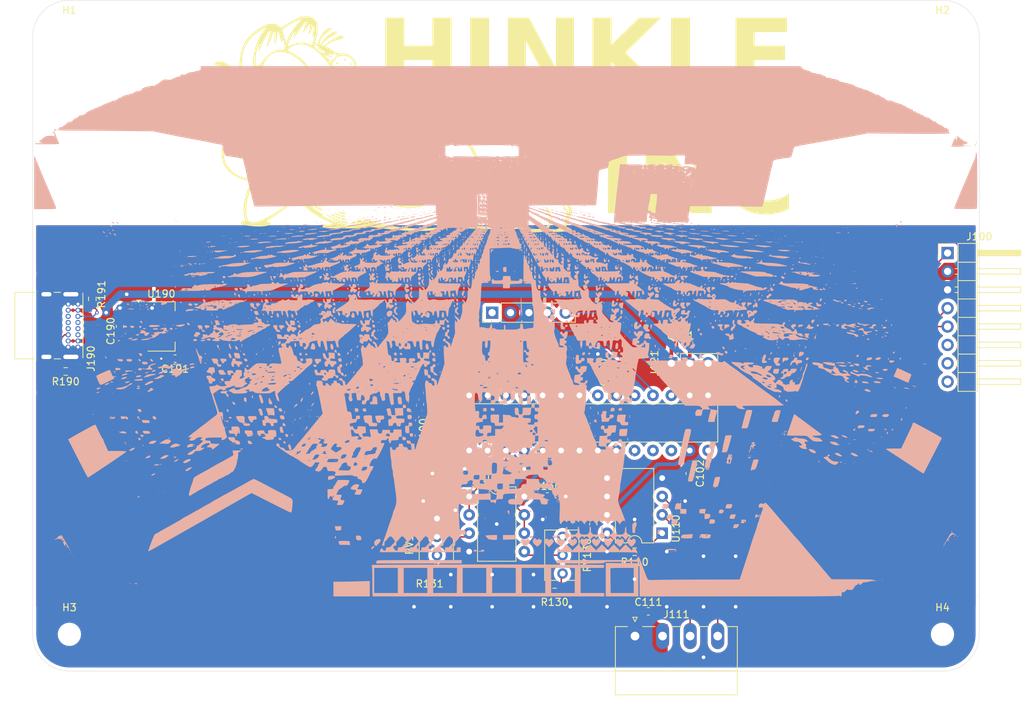
<source format=kicad_pcb>
(kicad_pcb (version 20240108) (generator "pcbnew") (generator_version "8.0")
  (layers (0 "F.Cu" signal) (31 "B.Cu" signal) (34 "B.Paste" user) (35 "F.Paste" user) (36 "B.SilkS" user "B.Silkscreen") (37 "F.SilkS" user "F.Silkscreen") (38 "B.Mask" user) (39 "F.Mask" user) (44 "Edge.Cuts" user))
  (net 0 "")
  (net 1 "GND")
  (net 2 "+3.3V")
  (net 3 "+5V")
  (net 4 "/PGC")
  (net 5 "/PGD")
  (net 6 "/~{RST}")
  (net 7 "/LDCELL+")
  (net 8 "/LDCELL-")
  (net 9 "/SCL0")
  (net 10 "/SDA0")
  (net 11 "/PWM0")
  (net 12 "/ADC+")
  (net 13 "/ADC-")
  (net 14 "Net-(U100-VCAP{slash}VDDCORE)")
  (net 20 "Net-(J190-CC1)")
  (net 24 "Net-(J190-CC2)")
  (net 27 "Net-(U100-~{MCLR})")
  (net 28 "Net-(R110-Pad2)")
  (net 29 "Net-(R110-Pad1)")
  (net 30 "Net-(R130-Pad2)")
  (net 31 "Net-(R131-Pad2)")
  (net 32 "Net-(R132-Pad1)")
  (net 33 "Net-(R133-Pad1)")
  (net 37 "Net-(U100-AN0{slash}VREF+{slash}CN2{slash}RA0)")
  (net 47 "Net-(U100-AN5{slash}C1IN+{slash}RP3{slash}SCL2{slash}CN7{slash}RB3)")
  (net 49 "Net-(U100-AN1{slash}VREF-{slash}CN3{slash}RA1)")
  (footprint "Package_DIP:DIP-28_W7.62mm" (layer "F.Cu") (at 131.445 133.35 90)
    (property "Reference" "U100" (at 3.81 -2.54 90) (layer "F.SilkS"))
    (property "Value" "PIC24FJ64GA002-I_SP")
    (pad "1" thru_hole rect (at 0 0 90) (size 1.6 1.6) (drill 0.8) (layers "*.Cu" "*.Mask") (net 27 "Net-(U100-~{MCLR})"))
    (pad "2" thru_hole oval (at 0 2.54 90) (size 1.6 1.6) (drill 0.8) (layers "*.Cu" "*.Mask") (net 37 "Net-(U100-AN0{slash}VREF+{slash}CN2{slash}RA0)"))
    (pad "3" thru_hole oval (at 0 5.08 90) (size 1.6 1.6) (drill 0.8) (layers "*.Cu" "*.Mask") (net 49 "Net-(U100-AN1{slash}VREF-{slash}CN3{slash}RA1)"))
    (pad "4" thru_hole oval (at 0 7.62 90) (size 1.6 1.6) (drill 0.8) (layers "*.Cu" "*.Mask") (net 5 "/PGD"))
    (pad "5" thru_hole oval (at 0 10.16 90) (size 1.6 1.6) (drill 0.8) (layers "*.Cu" "*.Mask") (net 4 "/PGC"))
    (pad "6" thru_hole oval (at 0 12.7 90) (size 1.6 1.6) (drill 0.8) (layers "*.Cu" "*.Mask"))
    (pad "7" thru_hole oval (at 0 15.24 90) (size 1.6 1.6) (drill 0.8) (layers "*.Cu" "*.Mask") (net 47 "Net-(U100-AN5{slash}C1IN+{slash}RP3{slash}SCL2{slash}CN7{slash}RB3)"))
    (pad "8" thru_hole oval (at 0 17.78 90) (size 1.6 1.6) (drill 0.8) (layers "*.Cu" "*.Mask") (net 1 "GND"))
    (pad "9" thru_hole oval (at 0 20.32 90) (size 1.6 1.6) (drill 0.8) (layers "*.Cu" "*.Mask"))
    (pad "10" thru_hole oval (at 0 22.86 90) (size 1.6 1.6) (drill 0.8) (layers "*.Cu" "*.Mask"))
    (pad "11" thru_hole oval (at 0 25.4 90) (size 1.6 1.6) (drill 0.8) (layers "*.Cu" "*.Mask"))
    (pad "12" thru_hole oval (at 0 27.94 90) (size 1.6 1.6) (drill 0.8) (layers "*.Cu" "*.Mask"))
    (pad "13" thru_hole oval (at 0 30.48 90) (size 1.6 1.6) (drill 0.8) (layers "*.Cu" "*.Mask") (net 2 "+3.3V"))
    (pad "14" thru_hole oval (at 0 33.02 90) (size 1.6 1.6) (drill 0.8) (layers "*.Cu" "*.Mask"))
    (pad "15" thru_hole oval (at 7.62 33.02 90) (size 1.6 1.6) (drill 0.8) (layers "*.Cu" "*.Mask") (net 11 "/PWM0"))
    (pad "16" thru_hole oval (at 7.62 30.48 90) (size 1.6 1.6) (drill 0.8) (layers "*.Cu" "*.Mask"))
    (pad "17" thru_hole oval (at 7.62 27.94 90) (size 1.6 1.6) (drill 0.8) (layers "*.Cu" "*.Mask") (net 9 "/SCL0"))
    (pad "18" thru_hole oval (at 7.62 25.4 90) (size 1.6 1.6) (drill 0.8) (layers "*.Cu" "*.Mask") (net 10 "/SDA0"))
    (pad "19" thru_hole oval (at 7.62 22.86 90) (size 1.6 1.6) (drill 0.8) (layers "*.Cu" "*.Mask"))
    (pad "20" thru_hole oval (at 7.62 20.32 90) (size 1.6 1.6) (drill 0.8) (layers "*.Cu" "*.Mask") (net 14 "Net-(U100-VCAP{slash}VDDCORE)"))
    (pad "21" thru_hole oval (at 7.62 17.78 90) (size 1.6 1.6) (drill 0.8) (layers "*.Cu" "*.Mask"))
    (pad "22" thru_hole oval (at 7.62 15.24 90) (size 1.6 1.6) (drill 0.8) (layers "*.Cu" "*.Mask"))
    (pad "23" thru_hole oval (at 7.62 12.7 90) (size 1.6 1.6) (drill 0.8) (layers "*.Cu" "*.Mask"))
    (pad "24" thru_hole oval (at 7.62 10.16 90) (size 1.6 1.6) (drill 0.8) (layers "*.Cu" "*.Mask"))
    (pad "25" thru_hole oval (at 7.62 7.62 90) (size 1.6 1.6) (drill 0.8) (layers "*.Cu" "*.Mask"))
    (pad "26" thru_hole oval (at 7.62 5.08 90) (size 1.6 1.6) (drill 0.8) (layers "*.Cu" "*.Mask"))
    (pad "27" thru_hole oval (at 7.62 2.54 90) (size 1.6 1.6) (drill 0.8) (layers "*.Cu" "*.Mask") (net 1 "GND"))
    (pad "28" thru_hole oval (at 7.62 0 90) (size 1.6 1.6) (drill 0.8) (layers "*.Cu" "*.Mask") (net 2 "+3.3V"))
  )
  (footprint "Package_DIP:DIP-8_W7.62mm" (layer "F.Cu") (at 131.445 139.7)
    (property "Reference" "U130" (at 3.81 -2.33 0) (layer "F.SilkS"))
    (property "Value" "MCP6022")
    (pad "1" thru_hole rect (at 0 0) (size 1.6 1.6) (drill 0.8) (layers "*.Cu" "*.Mask") (net 37 "Net-(U100-AN0{slash}VREF+{slash}CN2{slash}RA0)"))
    (pad "2" thru_hole oval (at 0 2.54) (size 1.6 1.6) (drill 0.8) (layers "*.Cu" "*.Mask") (net 37 "Net-(U100-AN0{slash}VREF+{slash}CN2{slash}RA0)"))
    (pad "3" thru_hole oval (at 0 5.08) (size 1.6 1.6) (drill 0.8) (layers "*.Cu" "*.Mask") (net 12 "/ADC+"))
    (pad "4" thru_hole oval (at 0 7.62) (size 1.6 1.6) (drill 0.8) (layers "*.Cu" "*.Mask") (net 1 "GND"))
    (pad "5" thru_hole oval (at 7.62 7.62) (size 1.6 1.6) (drill 0.8) (layers "*.Cu" "*.Mask") (net 13 "/ADC-"))
    (pad "6" thru_hole oval (at 7.62 5.08) (size 1.6 1.6) (drill 0.8) (layers "*.Cu" "*.Mask") (net 49 "Net-(U100-AN1{slash}VREF-{slash}CN3{slash}RA1)"))
    (pad "7" thru_hole oval (at 7.62 2.54) (size 1.6 1.6) (drill 0.8) (layers "*.Cu" "*.Mask") (net 49 "Net-(U100-AN1{slash}VREF-{slash}CN3{slash}RA1)"))
    (pad "8" thru_hole oval (at 7.62 0) (size 1.6 1.6) (drill 0.8) (layers "*.Cu" "*.Mask") (net 2 "+3.3V"))
  )
  (footprint "Connector_PinHeader_2.54mm:PinHeader_1x03_P2.54mm_Vertical" (layer "F.Cu") (at 159.385 121.285 90)
    (property "Reference" "J121" (at 0 -2.33 90) (layer "F.SilkS"))
    (property "Value" "Conn_01x03")
    (pad "1" thru_hole rect (at 0 0 90) (size 1.7 1.7) (drill 1) (layers "*.Cu" "*.Mask") (net 1 "GND"))
    (pad "2" thru_hole oval (at 0 2.54 90) (size 1.7 1.7) (drill 1) (layers "*.Cu" "*.Mask") (net 3 "+5V"))
    (pad "3" thru_hole oval (at 0 5.08 90) (size 1.7 1.7) (drill 1) (layers "*.Cu" "*.Mask") (net 11 "/PWM0"))
  )
  (footprint "MountingHole:MountingHole_2.7mm" (layer "F.Cu") (at 76.2 158.75)
    (property "Reference" "H3" (at 0 -3.7 0) (layer "F.SilkS"))
    (property "Value" "MountingHole")
    (pad "" np_thru_hole circle (at 0 0) (size 2.7 2.7) (drill 2.7) (layers "*.Cu" "*.Mask"))
  )
  (footprint "Resistor_SMD:R_0603_1608Metric_Pad0.98x0.95mm_HandSolder" (layer "F.Cu") (at 79.375 112.395 90)
    (property "Reference" "R191" (at 0.635 1.27 -90) (layer "F.SilkS"))
    (property "Value" "5.1k")
    (pad "1" smd roundrect (at -0.9125 0 90) (size 0.975 0.95) (layers "F.Cu" "F.Paste" "F.Mask") (net 20 "Net-(J190-CC1)"))
    (pad "2" smd roundrect (at 0.9125 0 90) (size 0.975 0.95) (layers "F.Cu" "F.Paste" "F.Mask") (net 1 "GND"))
  )
  (footprint "Capacitor_SMD:C_0603_1608Metric_Pad1.08x0.95mm_HandSolder" (layer "F.Cu") (at 160.655 118.745 180)
    (property "Reference" "C121" (at 0 1.27 360) (layer "F.SilkS"))
    (property "Value" "0.1u")
    (pad "1" smd roundrect (at -0.8625 0 180) (size 1.075 0.95) (layers "F.Cu" "F.Paste" "F.Mask") (net 3 "+5V"))
    (pad "2" smd roundrect (at 0.8625 0 180) (size 1.075 0.95) (layers "F.Cu" "F.Paste" "F.Mask") (net 1 "GND"))
  )
  (footprint "Resistor_SMD:R_0603_1608Metric_Pad0.98x0.95mm_HandSolder" (layer "F.Cu") (at 75.692 122.428)
    (property "Reference" "R190" (at 0 1.397 0) (layer "F.SilkS"))
    (property "Value" "5.1k")
    (pad "1" smd roundrect (at -0.9125 0) (size 0.975 0.95) (layers "F.Cu" "F.Paste" "F.Mask") (net 24 "Net-(J190-CC2)"))
    (pad "2" smd roundrect (at 0.9125 0) (size 0.975 0.95) (layers "F.Cu" "F.Paste" "F.Mask") (net 1 "GND"))
  )
  (footprint "Potentiometer_THT:Potentiometer_Bourns_3266Y_Vertical" (layer "F.Cu") (at 127 147.828 -90)
    (property "Reference" "RV131" (at -2.413 3.81 -90) (layer "F.SilkS"))
    (property "Value" "R_Potentiometer_Trim")
    (pad "1" thru_hole circle (at 0 0 270) (size 1.44 1.44) (drill 0.8) (layers "*.Cu" "*.Mask") (net 31 "Net-(R131-Pad2)"))
    (pad "2" thru_hole circle (at -2.54 0 270) (size 1.44 1.44) (drill 0.8) (layers "*.Cu" "*.Mask") (net 12 "/ADC+"))
    (pad "3" thru_hole circle (at -5.08 0 270) (size 1.44 1.44) (drill 0.8) (layers "*.Cu" "*.Mask") (net 33 "Net-(R133-Pad1)"))
  )
  (footprint "MountingHole:MountingHole_2.7mm" (layer "F.Cu") (at 76.2 76.2)
    (property "Reference" "H1" (at 0 -3.7 0) (layer "F.SilkS"))
    (property "Value" "MountingHole")
    (pad "" np_thru_hole circle (at 0 0) (size 2.7 2.7) (drill 2.7) (layers "*.Cu" "*.Mask"))
  )
  (footprint "Package_DIP:DIP-8_W7.62mm" (layer "F.Cu") (at 158.115 144.78 180)
    (property "Reference" "U110" (at -1.905 0.635 -90) (layer "F.SilkS"))
    (property "Value" "INA128")
    (pad "1" thru_hole rect (at 0 0 180) (size 1.6 1.6) (drill 0.8) (layers "*.Cu" "*.Mask") (net 29 "Net-(R110-Pad1)"))
    (pad "2" thru_hole oval (at 0 2.54 180) (size 1.6 1.6) (drill 0.8) (layers "*.Cu" "*.Mask") (net 8 "/LDCELL-"))
    (pad "3" thru_hole oval (at 0 5.08 180) (size 1.6 1.6) (drill 0.8) (layers "*.Cu" "*.Mask") (net 7 "/LDCELL+"))
    (pad "4" thru_hole oval (at 0 7.62 180) (size 1.6 1.6) (drill 0.8) (layers "*.Cu" "*.Mask") (net 1 "GND"))
    (pad "5" thru_hole oval (at 7.62 7.62 180) (size 1.6 1.6) (drill 0.8) (layers "*.Cu" "*.Mask") (net 1 "GND"))
    (pad "6" thru_hole oval (at 7.62 5.08 180) (size 1.6 1.6) (drill 0.8) (layers "*.Cu" "*.Mask") (net 47 "Net-(U100-AN5{slash}C1IN+{slash}RP3{slash}SCL2{slash}CN7{slash}RB3)"))
    (pad "7" thru_hole oval (at 7.62 2.54 180) (size 1.6 1.6) (drill 0.8) (layers "*.Cu" "*.Mask") (net 2 "+3.3V"))
    (pad "8" thru_hole oval (at 7.62 0 180) (size 1.6 1.6) (drill 0.8) (layers "*.Cu" "*.Mask") (net 28 "Net-(R110-Pad2)"))
  )
  (footprint "Capacitor_SMD:C_0603_1608Metric_Pad1.08x0.95mm_HandSolder" (layer "F.Cu") (at 161.925 136.525 -90)
    (property "Reference" "C102" (at 0 -1.43 90) (layer "F.SilkS"))
    (property "Value" "0.1u")
    (pad "1" smd roundrect (at -0.8625 0 270) (size 1.075 0.95) (layers "F.Cu" "F.Paste" "F.Mask") (net 2 "+3.3V"))
    (pad "2" smd roundrect (at 0.8625 0 270) (size 1.075 0.95) (layers "F.Cu" "F.Paste" "F.Mask") (net 1 "GND"))
  )
  (footprint "Capacitor_SMD:C_0805_2012Metric_Pad1.18x1.45mm_HandSolder" (layer "F.Cu") (at 151.765 122.555 90)
    (property "Reference" "C100" (at 0 -1.68 -90) (layer "F.SilkS"))
    (property "Value" "10u")
    (pad "1" smd roundrect (at -1.0375 0 90) (size 1.175 1.45) (layers "F.Cu" "F.Paste" "F.Mask") (roundrect_rratio 0.212766) (net 14 "Net-(U100-VCAP{slash}VDDCORE)"))
    (pad "2" smd roundrect (at 1.0375 0 90) (size 1.175 1.45) (layers "F.Cu" "F.Paste" "F.Mask") (roundrect_rratio 0.212766) (net 1 "GND"))
  )
  (footprint "Package_TO_SOT_SMD:SOT-223-3_TabPin2" (layer "F.Cu") (at 88.9 116.205)
    (property "Reference" "U190" (at 0 -4.5 0) (layer "F.SilkS"))
    (property "Value" "TLV76133DCY")
    (pad "1" smd roundrect (at -3.15 -2.3) (size 2 1.5) (layers "F.Cu" "F.Paste" "F.Mask") (net 1 "GND"))
    (pad "2" smd roundrect (at -3.15 0) (size 2 1.5) (layers "F.Cu" "F.Paste" "F.Mask") (net 2 "+3.3V"))
    (pad "2" smd roundrect (at 3.15 0) (size 2 3.8) (layers "F.Cu" "F.Paste" "F.Mask") (net 2 "+3.3V"))
    (pad "3" smd roundrect (at -3.15 2.3) (size 2 1.5) (layers "F.Cu" "F.Paste" "F.Mask") (net 3 "+5V"))
  )
  (footprint "Resistor_SMD:R_0603_1608Metric_Pad0.98x0.95mm_HandSolder" (layer "F.Cu") (at 128.27 140.208)
    (property "Reference" "R133" (at 0 -1.43 0) (layer "F.SilkS"))
    (property "Value" "R")
    (pad "1" smd roundrect (at -0.9125 0) (size 0.975 0.95) (layers "F.Cu" "F.Paste" "F.Mask") (net 33 "Net-(R133-Pad1)"))
    (pad "2" smd roundrect (at 0.9125 0) (size 0.975 0.95) (layers "F.Cu" "F.Paste" "F.Mask") (net 1 "GND"))
  )
  (footprint "Capacitor_SMD:C_0603_1608Metric_Pad1.08x0.95mm_HandSolder" (layer "F.Cu") (at 90.805 120.65 180)
    (property "Reference" "C191" (at 0 -1.43 180) (layer "F.SilkS"))
    (property "Value" "2.2u")
    (pad "1" smd roundrect (at -0.8625 0 180) (size 1.075 0.95) (layers "F.Cu" "F.Paste" "F.Mask") (net 2 "+3.3V"))
    (pad "2" smd roundrect (at 0.8625 0 180) (size 1.075 0.95) (layers "F.Cu" "F.Paste" "F.Mask") (net 1 "GND"))
  )
  (footprint "Resistor_SMD:R_0603_1608Metric_Pad0.98x0.95mm_HandSolder" (layer "F.Cu") (at 127.635 133.35)
    (property "Reference" "R101" (at 0 1.27 0) (layer "F.SilkS"))
    (property "Value" "470")
    (pad "1" smd roundrect (at -0.9125 0) (size 0.975 0.95) (layers "F.Cu" "F.Paste" "F.Mask") (net 6 "/~{RST}"))
    (pad "2" smd roundrect (at 0.9125 0) (size 0.975 0.95) (layers "F.Cu" "F.Paste" "F.Mask") (net 27 "Net-(U100-~{MCLR})"))
  )
  (footprint "Resistor_SMD:R_0603_1608Metric_Pad0.98x0.95mm_HandSolder" (layer "F.Cu") (at 154.315 147.33 180)
    (property "Reference" "R110" (at 0 -1.43 180) (layer "F.SilkS"))
    (property "Value" "100")
    (pad "1" smd roundrect (at -0.9125 0 180) (size 0.975 0.95) (layers "F.Cu" "F.Paste" "F.Mask") (net 29 "Net-(R110-Pad1)"))
    (pad "2" smd roundrect (at 0.9125 0 180) (size 0.975 0.95) (layers "F.Cu" "F.Paste" "F.Mask") (net 28 "Net-(R110-Pad2)"))
  )
  (footprint "Connector_PinHeader_2.54mm:PinHeader_1x08_P2.54mm_Horizontal" (layer "F.Cu") (at 197.555 106.06)
    (property "Reference" "J100" (at 4.385 -2.27 0) (layer "F.SilkS"))
    (property "Value" "MPLAB SNAP")
    (pad "1" thru_hole rect (at 0 0) (size 1.7 1.7) (drill 1) (layers "*.Cu" "*.Mask") (net 6 "/~{RST}"))
    (pad "2" thru_hole oval (at 0 2.54) (size 1.7 1.7) (drill 1) (layers "*.Cu" "*.Mask") (net 2 "+3.3V"))
    (pad "3" thru_hole oval (at 0 5.08) (size 1.7 1.7) (drill 1) (layers "*.Cu" "*.Mask") (net 1 "GND"))
    (pad "4" thru_hole oval (at 0 7.62) (size 1.7 1.7) (drill 1) (layers "*.Cu" "*.Mask") (net 5 "/PGD"))
    (pad "5" thru_hole oval (at 0 10.16) (size 1.7 1.7) (drill 1) (layers "*.Cu" "*.Mask") (net 4 "/PGC"))
    (pad "6" thru_hole oval (at 0 12.7) (size 1.7 1.7) (drill 1) (layers "*.Cu" "*.Mask"))
    (pad "7" thru_hole oval (at 0 15.24) (size 1.7 1.7) (drill 1) (layers "*.Cu" "*.Mask"))
    (pad "8" thru_hole oval (at 0 17.78) (size 1.7 1.7) (drill 1) (layers "*.Cu" "*.Mask"))
  )
  (footprint "MountingHole:MountingHole_2.7mm" (layer "F.Cu") (at 196.85 158.75)
    (property "Reference" "H4" (at 0 -3.7 0) (layer "F.SilkS"))
    (property "Value" "MountingHole")
    (pad "" np_thru_hole circle (at 0 0) (size 2.7 2.7) (drill 2.7) (layers "*.Cu" "*.Mask"))
  )
  (footprint "Connector_Phoenix_MC:PhoenixContact_MC_1,5_4-G-3.81_1x04_P3.81mm_Horizontal" (layer "F.Cu") (at 154.36 158.9925)
    (property "Reference" "J111" (at 5.72 -3 360) (layer "F.SilkS"))
    (property "Value" "Screw_Terminal_01x04")
    (pad "1" thru_hole roundrect (at 0 0) (size 1.8 3.6) (drill 1.2) (layers "*.Cu" "*.Mask") (roundrect_rratio 0.138889) (net 1 "GND"))
    (pad "2" thru_hole oval (at 3.81 0) (size 1.8 3.6) (drill 1.2) (layers "*.Cu" "*.Mask") (net 2 "+3.3V"))
    (pad "3" thru_hole oval (at 7.62 0) (size 1.8 3.6) (drill 1.2) (layers "*.Cu" "*.Mask") (net 8 "/LDCELL-"))
    (pad "4" thru_hole oval (at 11.43 0) (size 1.8 3.6) (drill 1.2) (layers "*.Cu" "*.Mask") (net 7 "/LDCELL+"))
  )
  (footprint "MountingHole:MountingHole_2.7mm" (layer "F.Cu") (at 196.85 76.2)
    (property "Reference" "H2" (at 0 -3.7 0) (layer "F.SilkS"))
    (property "Value" "MountingHole")
    (pad "" np_thru_hole circle (at 0 0) (size 2.7 2.7) (drill 2.7) (layers "*.Cu" "*.Mask"))
  )
  (footprint "LOGO" (layer "F.Cu") (at 120.65 88.265)
    (property "Reference" "G***" (hide yes))
    (property "Value" "LOGO" (hide yes))
  )
  (footprint "Resistor_SMD:R_0603_1608Metric_Pad0.98x0.95mm_HandSolder" (layer "F.Cu") (at 143.256 152.908)
    (property "Reference" "R130" (at 0 1.397 0) (layer "F.SilkS"))
    (property "Value" "R")
    (pad "1" smd roundrect (at -0.9125 0) (size 0.975 0.95) (layers "F.Cu" "F.Paste" "F.Mask") (net 2 "+3.3V"))
    (pad "2" smd roundrect (at 0.9125 0) (size 0.975 0.95) (layers "F.Cu" "F.Paste" "F.Mask") (net 30 "Net-(R130-Pad2)"))
  )
  (footprint "Capacitor_SMD:C_0603_1608Metric_Pad1.08x0.95mm_HandSolder" (layer "F.Cu") (at 148.6 143.52 -90)
    (property "Reference" "C110" (at -3.82 0.01 90) (layer "F.SilkS"))
    (property "Value" "0.1u")
    (pad "1" smd roundrect (at -0.8625 0 270) (size 1.075 0.95) (layers "F.Cu" "F.Paste" "F.Mask") (net 2 "+3.3V"))
    (pad "2" smd roundrect (at 0.8625 0 270) (size 1.075 0.95) (layers "F.Cu" "F.Paste" "F.Mask") (net 1 "GND"))
  )
  (footprint "Capacitor_SMD:C_0603_1608Metric_Pad1.08x0.95mm_HandSolder" (layer "F.Cu") (at 156.21 155.575 180)
    (property "Reference" "C111" (at 0 1.27 360) (layer "F.SilkS"))
    (property "Value" "0.1u")
    (pad "1" smd roundrect (at -0.8625 0 180) (size 1.075 0.95) (layers "F.Cu" "F.Paste" "F.Mask") (net 2 "+3.3V"))
    (pad "2" smd roundrect (at 0.8625 0 180) (size 1.075 0.95) (layers "F.Cu" "F.Paste" "F.Mask") (net 1 "GND"))
  )
  (footprint "Resistor_SMD:R_0603_1608Metric_Pad0.98x0.95mm_HandSolder" (layer "F.Cu") (at 125.984 150.368)
    (property "Reference" "R131" (at 0 1.397 0) (layer "F.SilkS"))
    (property "Value" "R")
    (pad "1" smd roundrect (at -0.9125 0) (size 0.975 0.95) (layers "F.Cu" "F.Paste" "F.Mask") (net 2 "+3.3V"))
    (pad "2" smd roundrect (at 0.9125 0) (size 0.975 0.95) (layers "F.Cu" "F.Paste" "F.Mask") (net 31 "Net-(R131-Pad2)"))
  )
  (footprint "Connector_PinHeader_2.54mm:PinHeader_1x05_P2.54mm_Vertical" (layer "F.Cu") (at 134.62 114.3 90)
    (property "Reference" "J120" (at 0 -2.33 -90) (layer "F.SilkS"))
    (property "Value" "Conn_01x05")
    (pad "1" thru_hole rect (at 0 0 90) (size 1.7 1.7) (drill 1) (layers "*.Cu" "*.Mask"))
    (pad "2" thru_hole oval (at 0 2.54 90) (size 1.7 1.7) (drill 1) (layers "*.Cu" "*.Mask") (net 2 "+3.3V"))
    (pad "3" thru_hole oval (at 0 5.08 90) (size 1.7 1.7) (drill 1) (layers "*.Cu" "*.Mask") (net 1 "GND"))
    (pad "4" thru_hole oval (at 0 7.62 90) (size 1.7 1.7) (drill 1) (layers "*.Cu" "*.Mask") (net 10 "/SDA0"))
    (pad "5" thru_hole oval (at 0 10.16 90) (size 1.7 1.7) (drill 1) (layers "*.Cu" "*.Mask") (net 9 "/SCL0"))
  )
  (footprint "Capacitor_SMD:C_0603_1608Metric_Pad1.08x0.95mm_HandSolder" (layer "F.Cu") (at 131.445 122.555 90)
    (property "Reference" "C101" (at 0 -1.43 -90) (layer "F.SilkS"))
    (property "Value" "0.1u")
    (pad "1" smd roundrect (at -0.8625 0 90) (size 1.075 0.95) (layers "F.Cu" "F.Paste" "F.Mask") (net 2 "+3.3V"))
    (pad "2" smd roundrect (at 0.8625 0 90) (size 1.075 0.95) (layers "F.Cu" "F.Paste" "F.Mask") (net 1 "GND"))
  )
  (footprint "Connector_USB:USB_C_Receptacle_GCT_USB4085" (layer "F.Cu") (at 77.385 113.11 -90)
    (property "Reference" "J190" (at 7.54 -1.8 -90) (layer "F.SilkS"))
    (property "Value" "USB_C_Receptacle_USB2.0_16P")
    (pad "A1" thru_hole circle (at 0 0 270) (size 0.7 0.7) (drill 0.4) (layers "*.Cu" "*.Mask") (net 1 "GND"))
    (pad "A4" thru_hole circle (at 0.85 0 270) (size 0.7 0.7) (drill 0.4) (layers "*.Cu" "*.Mask") (net 3 "+5V"))
    (pad "A5" thru_hole circle (at 1.7 0 270) (size 0.7 0.7) (drill 0.4) (layers "*.Cu" "*.Mask") (net 20 "Net-(J190-CC1)"))
    (pad "A6" thru_hole circle (at 2.55 0 270) (size 0.7 0.7) (drill 0.4) (layers "*.Cu" "*.Mask"))
    (pad "A7" thru_hole circle (at 3.4 0 270) (size 0.7 0.7) (drill 0.4) (layers "*.Cu" "*.Mask"))
    (pad "A8" thru_hole circle (at 4.25 0 270) (size 0.7 0.7) (drill 0.4) (layers "*.Cu" "*.Mask"))
    (pad "A9" thru_hole circle (at 5.1 0 270) (size 0.7 0.7) (drill 0.4) (layers "*.Cu" "*.Mask") (net 3 "+5V"))
    (pad "A12" thru_hole circle (at 5.95 0 270) (size 0.7 0.7) (drill 0.4) (layers "*.Cu" "*.Mask") (net 1 "GND"))
    (pad "B1" thru_hole circle (at 5.95 1.35 270) (size 0.7 0.7) (drill 0.4) (layers "*.Cu" "*.Mask") (net 1 "GND"))
    (pad "B4" thru_hole circle (at 5.1 1.35 270) (size 0.7 0.7) (drill 0.4) (layers "*.Cu" "*.Mask") (net 3 "+5V"))
    (pad "B5" thru_hole circle (at 4.25 1.35 270) (size 0.7 0.7) (drill 0.4) (layers "*.Cu" "*.Mask") (net 24 "Net-(J190-CC2)"))
    (pad "B6" thru_hole circle (at 3.4 1.35 270) (size 0.7 0.7) (drill 0.4) (layers "*.Cu" "*.Mask"))
    (pad "B7" thru_hole circle (at 2.55 1.35 270) (size 0.7 0.7) (drill 0.4) (layers "*.Cu" "*.Mask"))
    (pad "B8" thru_hole circle (at 1.7 1.35 270) (size 0.7 0.7) (drill 0.4) (layers "*.Cu" "*.Mask"))
    (pad "B9" thru_hole circle (at 0.85 1.35 270) (size 0.7 0.7) (drill 0.4) (layers "*.Cu" "*.Mask") (net 3 "+5V"))
    (pad "B12" thru_hole circle (at 0 1.35 270) (size 0.7 0.7) (drill 0.4) (layers "*.Cu" "*.Mask") (net 1 "GND"))
    (pad "S1" thru_hole oval (at -1.35 0.98 270) (size 0.9 2.4) (drill oval 0.6 2.1) (layers "*.Cu" "*.Mask") (net 1 "GND"))
    (pad "S1" thru_hole oval (at -1.35 4.36 270) (size 0.9 1.7) (drill oval 0.6 1.4) (layers "*.Cu" "*.Mask") (net 1 "GND"))
    (pad "S1" thru_hole oval (at 7.3 0.98 270) (size 0.9 2.4) (drill oval 0.6 2.1) (layers "*.Cu" "*.Mask") (net 1 "GND"))
    (pad "S1" thru_hole oval (at 7.3 4.36 270) (size 0.9 1.7) (drill oval 0.6 1.4) (layers "*.Cu" "*.Mask") (net 1 "GND"))
  )
  (footprint "Resistor_SMD:R_0603_1608Metric_Pad0.98x0.95mm_HandSolder" (layer "F.Cu") (at 126.365 130.81 -90)
    (property "Reference" "R100" (at 0 1.27 90) (layer "F.SilkS"))
    (property "Value" "10k")
    (pad "1" smd roundrect (at -0.9125 0 270) (size 0.975 0.95) (layers "F.Cu" "F.Paste" "F.Mask") (net 2 "+3.3V"))
    (pad "2" smd roundrect (at 0.9125 0 270) (size 0.975 0.95) (layers "F.Cu" "F.Paste" "F.Mask") (net 6 "/~{RST}"))
  )
  (footprint "Potentiometer_THT:Potentiometer_Bourns_3266Y_Vertical" (layer "F.Cu") (at 144.347 150.353 -90)
    (property "Reference" "RV130" (at -2.54 -3.41 90) (layer "F.SilkS"))
    (property "Value" "R_Potentiometer_Trim")
    (pad "1" thru_hole circle (at 0 0 270) (size 1.44 1.44) (drill 0.8) (layers "*.Cu" "*.Mask") (net 30 "Net-(R130-Pad2)"))
    (pad "2" thru_hole circle (at -2.54 0 270) (size 1.44 1.44) (drill 0.8) (layers "*.Cu" "*.Mask") (net 13 "/ADC-"))
    (pad "3" thru_hole circle (at -5.08 0 270) (size 1.44 1.44) (drill 0.8) (layers "*.Cu" "*.Mask") (net 32 "Net-(R132-Pad1)"))
  )
  (footprint "Capacitor_SMD:C_0603_1608Metric_Pad1.08x0.95mm_HandSolder" (layer "F.Cu") (at 83.185 116.205 90)
    (property "Reference" "C190" (at -0.635 -1.27 -90) (layer "F.SilkS"))
    (property "Value" "1u")
    (pad "1" smd roundrect (at -0.8625 0 90) (size 1.075 0.95) (layers "F.Cu" "F.Paste" "F.Mask") (net 3 "+5V"))
    (pad "2" smd roundrect (at 0.8625 0 90) (size 1.075 0.95) (layers "F.Cu" "F.Paste" "F.Mask") (net 1 "GND"))
  )
  (footprint "Resistor_SMD:R_0603_1608Metric_Pad0.98x0.95mm_HandSolder" (layer "F.Cu") (at 145.796 142.748)
    (property "Reference" "R132" (at 0 -1.43 0) (layer "F.SilkS"))
    (property "Value" "R")
    (pad "1" smd roundrect (at -0.9125 0) (size 0.975 0.95) (layers "F.Cu" "F.Paste" "F.Mask") (net 32 "Net-(R132-Pad1)"))
    (pad "2" smd roundrect (at 0.9125 0) (size 0.975 0.95) (layers "F.Cu" "F.Paste" "F.Mask") (net 1 "GND"))
  )
  (footprint "Capacitor_SMD:C_0603_1608Metric_Pad1.08x0.95mm_HandSolder" (layer "F.Cu") (at 142.24 139.7)
    (property "Reference" "C130" (at 0 -1.43 0) (layer "F.SilkS"))
    (property "Value" "0.1u")
    (pad "1" smd roundrect (at -0.8625 0) (size 1.075 0.95) (layers "F.Cu" "F.Paste" "F.Mask") (net 2 "+3.3V"))
    (pad "2" smd roundrect (at 0.8625 0) (size 1.075 0.95) (layers "F.Cu" "F.Paste" "F.Mask") (net 1 "GND"))
  )
  (footprint "LOGO" (layer "B.Cu") (at 136.525 116.84 180)
    (property "Reference" "G***" (hide yes))
    (property "Value" "LOGO" (hide yes))
  )
  (gr_arc (start 201.93 158.75) (mid 200.442102 162.342102) (end 196.85 163.83) (stroke (width 0.05)) (layer "Edge.Cuts"))
  (gr_line (start 196.85 71.12) (end 76.2 71.12) (stroke (width 0.05)) (layer "Edge.Cuts"))
  (gr_line (start 201.93 158.75) (end 201.93 76.2) (stroke (width 0.05)) (layer "Edge.Cuts"))
  (gr_line (start 71.12 76.2) (end 71.12 158.75) (stroke (width 0.05)) (layer "Edge.Cuts"))
  (gr_arc (start 76.2 163.83) (mid 72.607898 162.342102) (end 71.12 158.75) (stroke (width 0.05)) (layer "Edge.Cuts"))
  (gr_line (start 76.2 163.83) (end 196.85 163.83) (stroke (width 0.05)) (layer "Edge.Cuts"))
  (gr_arc (start 196.85 71.12) (mid 200.442102 72.607898) (end 201.93 76.2) (stroke (width 0.05)) (layer "Edge.Cuts"))
  (gr_arc (start 71.12 76.2) (mid 72.607898 72.607898) (end 76.2 71.12) (stroke (width 0.05)) (layer "Edge.Cuts"))
  (gr_text "HINKLE\nINC" (at 176.53 102.235 0) (layer "F.SilkS") (effects (font (size 10 10) (thickness 0.3) (bold yes)) (justify right bottom)))
  (segment (start 76.6045 122.428) (end 76.6045 120.6095) (width 0.5) (layer "F.Cu") (net 1))
  (segment (start 76.6045 120.6095) (end 76.405 120.41) (width 0.5) (layer "F.Cu") (net 1))
  (segment (start 85.99 113.665) (end 85.75 113.905) (width 0.5) (layer "F.Cu") (net 1))
  (segment (start 76.035 120.04) (end 76.405 120.41) (width 0.2) (layer "F.Cu") (net 1))
  (segment (start 159.385 121.285) (end 159.385 119.1525) (width 0.5) (layer "F.Cu") (net 1))
  (segment (start 159.385 119.1525) (end 159.7925 118.745) (width 0.5) (layer "F.Cu") (net 1))
  (segment (start 77.385 113.11) (end 76.035 113.11) (width 0.2) (layer "F.Cu") (net 1))
  (segment (start 76.035 112.13) (end 76.405 111.76) (width 0.2) (layer "F.Cu") (net 1))
  (segment (start 149.225 120.015) (end 150.2625 120.015) (width 0.5) (layer "F.Cu") (net 1))
  (segment (start 84.6225 113.905) (end 83.185 115.3425) (width 0.5) (layer "F.Cu") (net 1))
  (segment (start 148.6 144.3825) (end 148.343 144.3825) (width 0.5) (layer "F.Cu") (net 1))
  (segment (start 150.2625 120.015) (end 151.765 121.5175) (width 0.5) (layer "F.Cu") (net 1))
  (segment (start 83.185 113.665) (end 83.185 115.3425) (width 0.5) (layer "F.Cu") (net 1))
  (segment (start 76.035 119.06) (end 76.035 120.04) (width 0.2) (layer "F.Cu") (net 1))
  (segment (start 129.1825 140.208) (end 129.1825 141.2475) (width 0.5) (layer "F.Cu") (net 1))
  (segment (start 79.0975 111.76) (end 79.375 111.4825) (width 0.5) (layer "F.Cu") (net 1))
  (segment (start 76.035 113.11) (end 76.035 112.13) (width 0.2) (layer "F.Cu") (net 1))
  (segment (start 76.035 119.06) (end 77.385 119.06) (width 0.2) (layer "F.Cu") (net 1))
  (segment (start 88.9 120.65) (end 89.9425 120.65) (width 0.5) (layer "F.Cu") (net 1))
  (segment (start 133.985 124.2325) (end 133.985 125.73) (width 0.5) (layer "F.Cu") (net 1))
  (segment (start 73.025 111.76) (end 76.405 111.76) (width 0.5) (layer "F.Cu") (net 1))
  (segment (start 158.3425 137.3875) (end 158.115 137.16) (width 0.5) (layer "F.Cu") (net 1))
  (segment (start 85.75 113.905) (end 84.6225 113.905) (width 0.5) (layer "F.Cu") (net 1))
  (segment (start 76.405 111.76) (end 79.0975 111.76) (width 0.5) (layer "F.Cu") (net 1))
  (segment (start 131.445 121.6925) (end 133.985 124.2325) (width 0.5) (layer "F.Cu") (net 1))
  (segment (start 129.1825 141.2475) (end 129.54 141.605) (width 0.5) (layer "F.Cu") (net 1))
  (segment (start 87.63 113.665) (end 85.99 113.665) (width 0.5) (layer "F.Cu") (net 1))
  (via (at 163.83 147.955) (size 1) (drill 0.5) (layers "F.Cu" "B.Cu") (net 1))
  (via (at 130.81 135.89) (size 1) (drill 0.5) (layers "F.Cu" "B.Cu") (net 1))
  (via (at 123.825 154.94) (size 1) (drill 0.5) (layers "F.Cu" "B.Cu") (net 1))
  (via (at 134.62 150.495) (size 1) (drill 0.5) (layers "F.Cu" "B.Cu") (net 1))
  (via (at 145.415 154.94) (size 1) (drill 0.5) (layers "F.Cu" "B.Cu") (net 1))
  (via (at 168.275 154.94) (size 1) (drill 0.5) (layers "F.Cu" "B.Cu") (net 1))
  (via (at 135.255 143.51) (size 1) (drill 0.5) (layers "F.Cu" "B.Cu") (net 1))
  (via (at 129.54 141.605) (size 1) (drill 0.5) (layers "F.Cu" "B.Cu") (net 1))
  (via (at 140.335 150.495) (size 1) (drill 0.5) (layers "F.Cu" "B.Cu") (net 1))
  (via (at 163.83 154.94) (size 1) (drill 0.5) (layers "F.Cu" "B.Cu") (net 1))
  (via (at 154.305 151.13) (size 1) (drill 0.5) (layers "F.Cu" "B.Cu") (net 1))
  (via (at 139.065 135.89) (size 1) (drill 0.5) (layers "F.Cu" "B.Cu") (net 1))
  (via (at 158.75 147.32) (size 1) (drill 0.5) (layers "F.Cu" "B.Cu") (net 1))
  (via (at 125.095 140.335) (size 1) (drill 0.5) (layers "F.Cu" "B.Cu") (net 1))
  (via (at 163.83 161.925) (size 1) (drill 0.5) (layers "F.Cu" "B.Cu") (net 1))
  (via (at 126.365 136.525) (size 1) (drill 0.5) (layers "F.Cu" "B.Cu") (net 1))
  (via (at 140.335 154.94) (size 1) (drill 0.5) (layers "F.Cu" "B.Cu") (net 1))
  (via (at 168.275 147.955) (size 1) (drill 0.5) (layers "F.Cu" "B.Cu") (net 1))
  (via (at 128.905 150.495) (size 1) (drill 0.5) (layers "F.Cu" "B.Cu") (net 1))
  (via (at 128.905 154.94) (size 1) (drill 0.5) (layers "F.Cu" "B.Cu") (net 1))
  (via (at 150.495 154.94) (size 1) (drill 0.5) (layers "F.Cu" "B.Cu") (net 1))
  (via (at 83.185 113.665) (size 1) (drill 0.5) (layers "F.Cu" "B.Cu") (net 1))
  (via (at 144.78 139.7) (size 1) (drill 0.5) (layers "F.Cu" "B.Cu") (net 1))
  (via (at 154.305 142.875) (size 1) (drill 0.5) (layers "F.Cu" "B.Cu") (net 1))
  (via (at 134.62 154.94) (size 1) (drill 0.5) (layers "F.Cu" "B.Cu") (net 1))
  (via (at 141.605 142.875) (size 1) (drill 0.5) (layers "F.Cu" "B.Cu") (net 1))
  (via (at 158.75 154.94) (size 1) (drill 0.5) (layers "F.Cu" "B.Cu") (net 1))
  (via (at 87.63 113.665) (size 1) (drill 0.5) (layers "F.Cu" "B.Cu") (net 1))
  (via (at 88.9 120.65) (size 0.6) (drill 0.3) (layers "F.Cu" "B.Cu") (net 1))
  (via (at 150.495 147.32) (size 1) (drill 0.5) (layers "F.Cu" "B.Cu") (net 1))
  (via (at 161.29 140.335) (size 1) (drill 0.5) (layers "F.Cu" "B.Cu") (net 1))
  (via (at 149.225 120.015) (size 1) (drill 0.5) (layers "F.Cu" "B.Cu") (net 1))
  (segment (start 158.17 158.805) (end 158.115 158.75) (width 0.5) (layer "F.Cu") (net 2))
  (segment (start 150.0775 142.6575) (end 150.495 142.24) (width 0.5) (layer "F.Cu") (net 2))
  (segment (start 157.0725 157.895) (end 158.17 158.9925) (width 0.5) (layer "F.Cu") (net 2))
  (segment (start 161.925 133.35) (end 161.925 135.6625) (width 0.5) (layer "F.Cu") (net 2))
  (segment (start 158.17 158.805) (end 158.17 158.9925) (width 0.5) (layer "F.Cu") (net 2))
  (segment (start 125.0715 150.368) (end 119.507 150.368) (width 0.5) (layer "F.Cu") (net 2))
  (segment (start 142.3435 152.908) (end 142.3435 158.0115) (width 0.5) (layer "F.Cu") (net 2))
  (segment (start 148.6 142.6575) (end 150.0775 142.6575) (width 0.5) (layer "F.Cu") (net 2))
  (segment (start 85.75 116.205) (end 92.05 116.205) (width 1) (layer "F.Cu") (net 2))
  (segment (start 141.3775 139.7) (end 139.065 139.7) (width 0.5) (layer "F.Cu") (net 2))
  (segment (start 157.0725 155.575) (end 157.0725 157.895) (width 0.5) (layer "F.Cu") (net 2))
  (segment (start 131.445 123.4175) (end 131.445 125.73) (width 0.5) (layer "F.Cu") (net 2))
  (segment (start 139.065 138.43) (end 139.065 139.7) (width 0.5) (layer "B.Cu") (net 2))
  (segment (start 144.78 136.525) (end 140.97 136.525) (width 0.5) (layer "B.Cu") (net 2))
  (segment (start 140.97 136.525) (end 139.065 138.43) (width 0.5) (layer "B.Cu") (net 2))
  (segment (start 150.495 142.24) (end 144.78 136.525) (width 0.5) (layer "B.Cu") (net 2))
  (segment (start 150.495 142.24) (end 157.48 135.255) (width 0.5) (layer "B.Cu") (net 2))
  (segment (start 157.48 135.255) (end 160.02 135.255) (width 0.5) (layer "B.Cu") (net 2))
  (segment (start 160.02 135.255) (end 161.925 133.35) (width 0.5) (layer "B.Cu") (net 2))
  (segment (start 161.925 119.1525) (end 161.5175 118.745) (width 0.5) (layer "F.Cu") (net 3))
  (segment (start 77.385 113.96) (end 77.428 113.917) (width 0.2) (layer "F.Cu") (net 3))
  (segment (start 161.925 121.285) (end 161.925 119.1525) (width 0.5) (layer "F.Cu") (net 3))
  (segment (start 82.0425 118.21) (end 80.645 118.21) (width 0.5) (layer "F.Cu") (net 3))
  (segment (start 80.645 118.21) (end 77.385 118.21) (width 0.5) (layer "F.Cu") (net 3))
  (segment (start 83.185 117.0675) (end 82.0425 118.21) (width 0.5) (layer "F.Cu") (net 3))
  (segment (start 76.035 118.21) (end 77.385 118.21) (width 0.2) (layer "F.Cu") (net 3))
  (segment (start 77.385 113.96) (end 76.035 113.96) (width 0.2) (layer "F.Cu") (net 3))
  (segment (start 80.645 118.21) (end 80.645 116.725026) (width 0.5) (layer "F.Cu") (net 3))
  (segment (start 80.645 116.725026) (end 77.879974 113.96) (width 0.5) (layer "F.Cu") (net 3))
  (segment (start 77.879974 113.96) (end 77.385 113.96) (width 0.5) (layer "F.Cu") (net 3))
  (via (at 84.116371 111.76) (size 1) (drill 0.5) (layers "F.Cu" "B.Cu") (net 3))
  (via (at 81.28 114.3) (size 1) (drill 0.5) (layers "F.Cu" "B.Cu") (net 3))
  (segment (start 81.28 113.665) (end 81.28 114.3) (width 1) (layer "B.Cu") (net 3))
  (segment (start 84.116371 111.76) (end 83.185 111.76) (width 1) (layer "B.Cu") (net 3))
  (segment (start 77.666371 118.21) (end 77.385 118.21) (width 0.5) (layer "B.Cu") (net 3))
  (segment (start 152.4 111.76) (end 84.116371 111.76) (width 1) (layer "B.Cu") (net 3))
  (segment (start 161.925 121.285) (end 152.4 111.76) (width 1) (layer "B.Cu") (net 3))
  (segment (start 83.185 111.76) (end 81.28 113.665) (width 1) (layer "B.Cu") (net 3))
  (segment (start 141.605 132.08) (end 144.78 128.905) (width 0.2) (layer "F.Cu") (net 4))
  (segment (start 196.2 116.22) (end 197.555 116.22) (width 0.2) (layer "F.Cu") (net 4))
  (segment (start 141.605 133.35) (end 141.605 132.08) (width 0.2) (layer "F.Cu") (net 4))
  (segment (start 144.78 128.905) (end 183.515 128.905) (width 0.2) (layer "F.Cu") (net 4))
  (segment (start 183.515 128.905) (end 196.2 116.22) (width 0.2) (layer "F.Cu") (net 4))
  (segment (start 139.065 133.35) (end 144.145 128.27) (width 0.2) (layer "F.Cu") (net 5))
  (segment (start 144.145 128.27) (end 182.965 128.27) (width 0.2) (layer "F.Cu") (net 5))
  (segment (start 182.965 128.27) (end 197.555 113.68) (width 0.2) (layer "F.Cu") (net 5))
  (segment (start 126.7225 133.35) (end 126.7225 132.08) (width 0.2) (layer "F.Cu") (net 6))
  (segment (start 130.4525 127.635) (end 175.98 127.635) (width 0.2) (layer "F.Cu") (net 6))
  (segment (start 175.98 127.635) (end 197.555 106.06) (width 0.2) (layer "F.Cu") (net 6))
  (segment (start 126.365 131.7225) (end 130.4525 127.635) (width 0.2) (layer "F.Cu") (net 6))
  (segment (start 126.7225 132.08) (end 126.365 131.7225) (width 0.2) (layer "F.Cu") (net 6))
  (segment (start 165.79 147.375) (end 158.115 139.7) (width 0.2) (layer "F.Cu") (net 7))
  (segment (start 165.79 158.9925) (end 165.79 147.375) (width 0.2) (layer "F.Cu") (net 7))
  (segment (start 161.98 158.9925) (end 161.98 146.105) (width 0.2) (layer "F.Cu") (net 8))
  (segment (start 161.98 146.105) (end 158.115 142.24) (width 0.2) (layer "F.Cu") (net 8))
  (segment (start 159.385 125.73) (end 159.385 124.59863) (width 0.2) (layer "B.Cu") (net 9))
  (segment (start 149.08637 114.3) (end 144.78 114.3) (width 0.2) (layer "B.Cu") (net 9))
  (segment (start 159.385 124.59863) (end 149.08637 114.3) (width 0.2) (layer "B.Cu") (net 9))
  (segment (start 156.845 125.095) (end 148.59 116.84) (width 0.2) (layer "B.Cu") (net 10))
  (segment (start 148.59 116.84) (end 144.78 116.84) (width 0.2) (layer "B.Cu") (net 10))
  (segment (start 156.845 125.73) (end 156.845 125.095) (width 0.2) (layer "B.Cu") (net 10))
  (segment (start 144.78 116.84) (end 142.24 114.3) (width 0.2) (layer "B.Cu") (net 10))
  (segment (start 164.465 125.73) (end 164.465 121.285) (width 0.2) (layer "F.Cu") (net 11))
  (segment (start 130.937 145.288) (end 131.445 144.78) (width 0.2) (layer "F.Cu") (net 12))
  (segment (start 127 145.288) (end 130.937 145.288) (width 0.2) (layer "F.Cu") (net 12))
  (segment (start 139.558 147.813) (end 139.065 147.32) (width 0.2) (layer "F.Cu") (net 13))
  (segment (start 144.347 147.813) (end 139.558 147.813) (width 0.2) (layer "F.Cu") (net 13))
  (segment (start 151.765 125.73) (end 151.765 123.5925) (width 0.5) (layer "F.Cu") (net 14))
  (segment (start 80.01 113.9425) (end 79.375 113.3075) (width 0.2) (layer "F.Cu") (net 20))
  (segment (start 80.01 114.3) (end 80.01 113.9425) (width 0.2) (layer "F.Cu") (net 20))
  (via (at 80.01 114.3) (size 0.5) (drill 0.25) (layers "F.Cu" "B.Cu") (net 20))
  (segment (start 79.5 114.81) (end 80.01 114.3) (width 0.2) (layer "B.Cu") (net 20))
  (segment (start 77.385 114.81) (end 79.5 114.81) (width 0.2) (layer "B.Cu") (net 20))
  (segment (start 75.540026 117.36) (end 74.676 118.224026) (width 0.2) (layer "F.Cu") (net 24))
  (segment (start 74.676 122.3245) (end 74.7795 122.428) (width 0.2) (layer "F.Cu") (net 24))
  (segment (start 76.035 117.36) (end 75.540026 117.36) (width 0.2) (layer "F.Cu") (net 24))
  (segment (start 74.676 118.224026) (end 74.676 122.3245) (width 0.2) (layer "F.Cu") (net 24))
  (segment (start 131.445 133.35) (end 128.5475 133.35) (width 0.2) (layer "F.Cu") (net 27))
  (segment (start 153.045 147.33) (end 153.4025 147.33) (width 0.2) (layer "F.Cu") (net 28))
  (segment (start 150.495 144.78) (end 153.045 147.33) (width 0.2) (layer "F.Cu") (net 28))
  (segment (start 155.2275 147.33) (end 155.565 147.33) (width 0.2) (layer "F.Cu") (net 29))
  (segment (start 155.565 147.33) (end 158.115 144.78) (width 0.2) (layer "F.Cu") (net 29))
  (segment (start 144.1685 152.908) (end 144.1685 150.5315) (width 0.2) (layer "F.Cu") (net 30))
  (segment (start 144.1685 150.5315) (end 144.347 150.353) (width 0.2) (layer "F.Cu") (net 30))
  (segment (start 126.8965 150.368) (end 126.8965 147.9315) (width 0.2) (layer "F.Cu") (net 31))
  (segment (start 126.8965 147.9315) (end 127 147.828) (width 0.2) (layer "F.Cu") (net 31))
  (segment (start 144.8835 144.7365) (end 144.347 145.273) (width 0.2) (layer "F.Cu") (net 32))
  (segment (start 144.8835 142.748) (end 144.8835 144.7365) (width 0.2) (layer "F.Cu") (net 32))
  (segment (start 127 140.5655) (end 127.3575 140.208) (width 0.2) (layer "F.Cu") (net 33))
  (segment (start 127 142.748) (end 127 140.5655) (width 0.2) (layer "F.Cu") (net 33))
  (segment (start 133.985 137.16) (end 131.445 139.7) (width 0.2) (layer "F.Cu") (net 37))
  (segment (start 133.985 133.35) (end 133.985 137.16) (width 0.2) (layer "F.Cu") (net 37))
  (segment (start 131.445 142.24) (end 131.445 139.7) (width 0.2) (layer "F.Cu") (net 37))
  (segment (start 146.685 135.89) (end 146.685 133.35) (width 0.2) (layer "F.Cu") (net 47))
  (segment (start 150.495 139.7) (end 146.685 135.89) (width 0.2) (layer "F.Cu") (net 47))
  (segment (start 139.065 144.78) (end 139.065 142.24) (width 0.2) (layer "F.Cu") (net 49))
  (segment (start 136.525 139.7) (end 139.065 142.24) (width 0.2) (layer "F.Cu") (net 49))
  (segment (start 136.525 133.35) (end 136.525 139.7) (width 0.2) (layer "F.Cu") (net 49))
  (zone (net 2) (net_name "+3.3V") (layer "F.Cu") (name "PWR_GND") (connect_pads yes (clearance 0.5)) (min_thickness 0.25) (fill yes (thermal_gap 0.5) (thermal_bridge_width 0.5))
    (polygon (pts (xy 71.12 102.235) (xy 201.93 102.235) (xy 201.93 163.83) (xy 71.12 163.83)))
  )
  (zone (net 0) (net_name "") (layer "F.Cu") (connect_pads (clearance 0)) (min_thickness 0.25)
    (keepout (tracks not_allowed) (vias not_allowed) (pads allowed) (copperpour not_allowed) (footprints allowed))
    (fill (thermal_gap 0.5) (thermal_bridge_width 0.5))
    (polygon (pts (xy 201.93 80.01) (xy 201.93 71.12) (xy 193.04 71.12) (xy 193.04 80.01)))
  )
  (zone (net 0) (net_name "") (layer "F.Cu") (connect_pads (clearance 0)) (min_thickness 0.25)
    (keepout (tracks not_allowed) (vias not_allowed) (pads allowed) (copperpour not_allowed) (footprints allowed))
    (fill (thermal_gap 0.5) (thermal_bridge_width 0.5))
    (polygon (pts (xy 80.01 163.83) (xy 80.01 154.94) (xy 71.12 154.94) (xy 71.12 163.83)))
  )
  (zone (net 1) (net_name "GND") (layer "F.Cu") (priority 2) (connect_pads yes (clearance 0.5)) (min_thickness 0.25) (fill yes (thermal_gap 0.5) (thermal_bridge_width 0.5))
    (polygon (pts (xy 130.175 132.08) (xy 160.655 132.08) (xy 160.655 138.43) (xy 169.545 147.32) (xy 169.545 163.83) (xy 159.385 163.83) (xy 159.385 156.845) (xy 121.92 156.845) (xy 121.92 136.525)))
  )
  (zone (net 0) (net_name "") (layer "F.Cu") (connect_pads (clearance 0)) (min_thickness 0.25)
    (keepout (tracks not_allowed) (vias not_allowed) (pads allowed) (copperpour not_allowed) (footprints allowed))
    (fill (thermal_gap 0.5) (thermal_bridge_width 0.5))
    (polygon (pts (xy 80.01 80.01) (xy 80.01 71.12) (xy 71.12 71.12) (xy 71.12 80.01)))
  )
  (zone (net 3) (net_name "+5V") (layer "F.Cu") (priority 3) (connect_pads yes (clearance 0.5)) (min_thickness 0.25) (fill yes (thermal_gap 0.5) (thermal_bridge_width 0.5))
    (polygon (pts (xy 71.12 109.22) (xy 87.63 109.22) (xy 87.63 125.095) (xy 71.12 125.095)))
  )
  (zone (net 0) (net_name "") (layer "F.Cu") (connect_pads (clearance 0)) (min_thickness 0.25)
    (keepout (tracks not_allowed) (vias not_allowed) (pads allowed) (copperpour not_allowed) (footprints allowed))
    (fill (thermal_gap 0.5) (thermal_bridge_width 0.5))
    (polygon (pts (xy 201.93 163.83) (xy 201.93 154.94) (xy 193.04 154.94) (xy 193.04 163.83)))
  )
  (zone (net 1) (net_name "GND") (layer "B.Cu") (name "PWR_GND") (connect_pads yes (clearance 0.5)) (min_thickness 0.25) (fill yes (thermal_gap 0.5) (thermal_bridge_width 0.5))
    (polygon (pts (xy 71.12 102.235) (xy 201.93 102.235) (xy 201.93 163.83) (xy 71.12 163.83)))
  )
)
</source>
